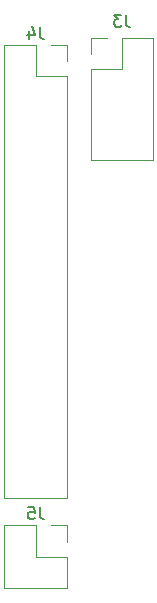
<source format=gbr>
%TF.GenerationSoftware,KiCad,Pcbnew,9.0.1*%
%TF.CreationDate,2025-09-29T10:12:09-04:00*%
%TF.ProjectId,LP_breakout,4c505f62-7265-4616-9b6f-75742e6b6963,rev?*%
%TF.SameCoordinates,Original*%
%TF.FileFunction,Legend,Bot*%
%TF.FilePolarity,Positive*%
%FSLAX46Y46*%
G04 Gerber Fmt 4.6, Leading zero omitted, Abs format (unit mm)*
G04 Created by KiCad (PCBNEW 9.0.1) date 2025-09-29 10:12:09*
%MOMM*%
%LPD*%
G01*
G04 APERTURE LIST*
%ADD10C,0.150000*%
%ADD11C,0.120000*%
G04 APERTURE END LIST*
D10*
X109353333Y-44394819D02*
X109353333Y-45109104D01*
X109353333Y-45109104D02*
X109400952Y-45251961D01*
X109400952Y-45251961D02*
X109496190Y-45347200D01*
X109496190Y-45347200D02*
X109639047Y-45394819D01*
X109639047Y-45394819D02*
X109734285Y-45394819D01*
X108972380Y-44394819D02*
X108353333Y-44394819D01*
X108353333Y-44394819D02*
X108686666Y-44775771D01*
X108686666Y-44775771D02*
X108543809Y-44775771D01*
X108543809Y-44775771D02*
X108448571Y-44823390D01*
X108448571Y-44823390D02*
X108400952Y-44871009D01*
X108400952Y-44871009D02*
X108353333Y-44966247D01*
X108353333Y-44966247D02*
X108353333Y-45204342D01*
X108353333Y-45204342D02*
X108400952Y-45299580D01*
X108400952Y-45299580D02*
X108448571Y-45347200D01*
X108448571Y-45347200D02*
X108543809Y-45394819D01*
X108543809Y-45394819D02*
X108829523Y-45394819D01*
X108829523Y-45394819D02*
X108924761Y-45347200D01*
X108924761Y-45347200D02*
X108972380Y-45299580D01*
X102063333Y-45424819D02*
X102063333Y-46139104D01*
X102063333Y-46139104D02*
X102110952Y-46281961D01*
X102110952Y-46281961D02*
X102206190Y-46377200D01*
X102206190Y-46377200D02*
X102349047Y-46424819D01*
X102349047Y-46424819D02*
X102444285Y-46424819D01*
X101158571Y-45758152D02*
X101158571Y-46424819D01*
X101396666Y-45377200D02*
X101634761Y-46091485D01*
X101634761Y-46091485D02*
X101015714Y-46091485D01*
X102063333Y-86074819D02*
X102063333Y-86789104D01*
X102063333Y-86789104D02*
X102110952Y-86931961D01*
X102110952Y-86931961D02*
X102206190Y-87027200D01*
X102206190Y-87027200D02*
X102349047Y-87074819D01*
X102349047Y-87074819D02*
X102444285Y-87074819D01*
X101110952Y-86074819D02*
X101587142Y-86074819D01*
X101587142Y-86074819D02*
X101634761Y-86551009D01*
X101634761Y-86551009D02*
X101587142Y-86503390D01*
X101587142Y-86503390D02*
X101491904Y-86455771D01*
X101491904Y-86455771D02*
X101253809Y-86455771D01*
X101253809Y-86455771D02*
X101158571Y-86503390D01*
X101158571Y-86503390D02*
X101110952Y-86551009D01*
X101110952Y-86551009D02*
X101063333Y-86646247D01*
X101063333Y-86646247D02*
X101063333Y-86884342D01*
X101063333Y-86884342D02*
X101110952Y-86979580D01*
X101110952Y-86979580D02*
X101158571Y-87027200D01*
X101158571Y-87027200D02*
X101253809Y-87074819D01*
X101253809Y-87074819D02*
X101491904Y-87074819D01*
X101491904Y-87074819D02*
X101587142Y-87027200D01*
X101587142Y-87027200D02*
X101634761Y-86979580D01*
D11*
%TO.C,J3*%
X106420000Y-46380000D02*
X106420000Y-47710000D01*
X106420000Y-48980000D02*
X106420000Y-56660000D01*
X107750000Y-46380000D02*
X106420000Y-46380000D01*
X109020000Y-46380000D02*
X109020000Y-48980000D01*
X109020000Y-48980000D02*
X106420000Y-48980000D01*
X111620000Y-46380000D02*
X109020000Y-46380000D01*
X111620000Y-46380000D02*
X111620000Y-56660000D01*
X111620000Y-56660000D02*
X106420000Y-56660000D01*
%TO.C,J4*%
X99080000Y-46970000D02*
X99080000Y-85290000D01*
X101730000Y-46970000D02*
X99080000Y-46970000D01*
X101730000Y-49620000D02*
X101730000Y-46970000D01*
X104380000Y-46970000D02*
X103000000Y-46970000D01*
X104380000Y-48350000D02*
X104380000Y-46970000D01*
X104380000Y-49620000D02*
X101730000Y-49620000D01*
X104380000Y-49620000D02*
X104380000Y-85290000D01*
X104380000Y-85290000D02*
X99080000Y-85290000D01*
%TO.C,J5*%
X99080000Y-87620000D02*
X99080000Y-92920000D01*
X101730000Y-87620000D02*
X99080000Y-87620000D01*
X101730000Y-90270000D02*
X101730000Y-87620000D01*
X104380000Y-87620000D02*
X103000000Y-87620000D01*
X104380000Y-89000000D02*
X104380000Y-87620000D01*
X104380000Y-90270000D02*
X101730000Y-90270000D01*
X104380000Y-90270000D02*
X104380000Y-92920000D01*
X104380000Y-92920000D02*
X99080000Y-92920000D01*
%TD*%
M02*

</source>
